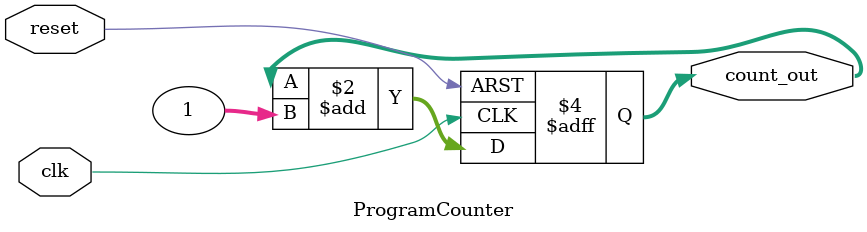
<source format=v>
`timescale 1ns / 1ps

module ProgramCounter(clk, reset, count_out);
    
    initial count_out = 0;
    
    input wire  clk;
    input wire reset;
    output reg [31:0] count_out;
    
    always @ (posedge clk, posedge reset) begin
        if(reset)
            count_out = 0;
        else
            count_out = count_out + 1;
    end
    
    

endmodule

</source>
